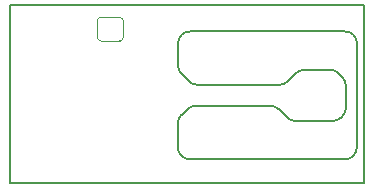
<source format=gbr>
%TF.GenerationSoftware,KiCad,Pcbnew,8.0.3+1*%
%TF.CreationDate,2024-07-23T17:29:58+00:00*%
%TF.ProjectId,TFHT02,54464854-3032-42e6-9b69-6361645f7063,rev?*%
%TF.SameCoordinates,Original*%
%TF.FileFunction,Profile,NP*%
%FSLAX46Y46*%
G04 Gerber Fmt 4.6, Leading zero omitted, Abs format (unit mm)*
G04 Created by KiCad (PCBNEW 8.0.3+1) date 2024-07-23 17:29:58*
%MOMM*%
%LPD*%
G01*
G04 APERTURE LIST*
%TA.AperFunction,Profile*%
%ADD10C,0.150000*%
%TD*%
%TA.AperFunction,Profile*%
%ADD11C,0.050000*%
%TD*%
G04 APERTURE END LIST*
D10*
X29387800Y11801600D02*
X29387800Y2981200D01*
X28147295Y8950045D02*
X27825103Y9265234D01*
X28067540Y5517732D02*
G75*
G02*
X27368077Y5232417I-699440J714668D01*
G01*
X28387800Y1981200D02*
X15222235Y1981200D01*
X28448000Y6310623D02*
G75*
G02*
X28147453Y5595964I-999900J-23D01*
G01*
X24163214Y5232400D02*
X27368077Y5232400D01*
X28387800Y12801600D02*
G75*
G02*
X29387800Y11801600I0J-1000000D01*
G01*
X29387800Y2981200D02*
G75*
G02*
X28387800Y1981200I-1000000J0D01*
G01*
X14218636Y5018051D02*
G75*
G02*
X14542653Y5756747I1000064J1749D01*
G01*
X14249400Y9913814D02*
X14249400Y11801600D01*
X15249400Y12801600D02*
X28387800Y12801600D01*
X15068753Y6239324D02*
G75*
G02*
X15744729Y6502422I676047J-737024D01*
G01*
X15744729Y6502400D02*
X22064786Y6502400D01*
X28067540Y5517732D02*
X28147463Y5595954D01*
X0Y15000000D02*
X30000000Y15000000D01*
X30000000Y0D01*
X0Y0D01*
X0Y15000000D01*
X24218107Y9257507D02*
G75*
G02*
X24925214Y9550361I707093J-707207D01*
G01*
X24163214Y5232400D02*
G75*
G02*
X23456100Y5525286I-14J1000000D01*
G01*
X27125808Y9550400D02*
X24925214Y9550400D01*
X14542293Y9206707D02*
G75*
G02*
X14249410Y9913814I707107J707093D01*
G01*
X24218107Y9257507D02*
X23533893Y8573293D01*
X14222237Y2979434D02*
X14218636Y5018051D01*
X27125808Y9550400D02*
G75*
G02*
X27825099Y9265230I-8J-1000000D01*
G01*
X14249400Y11801600D02*
G75*
G02*
X15249400Y12801600I1000000J0D01*
G01*
X15882814Y8280400D02*
G75*
G02*
X15175721Y8573307I-14J999900D01*
G01*
X23533893Y8573293D02*
G75*
G02*
X22826786Y8280439I-707093J707207D01*
G01*
X22771893Y6209507D02*
X23456107Y5525293D01*
X14542659Y5756741D02*
X15068753Y6239324D01*
X15222235Y1981200D02*
G75*
G02*
X14222202Y2979434I-35J1000000D01*
G01*
X22826786Y8280400D02*
X15882814Y8280400D01*
X15175707Y8573293D02*
X14542293Y9206707D01*
X28147295Y8950045D02*
G75*
G02*
X28448008Y8235212I-699295J-714845D01*
G01*
X22064786Y6502400D02*
G75*
G02*
X22771900Y6209514I14J-1000000D01*
G01*
X28448000Y6310623D02*
X28448000Y8235212D01*
D11*
%TO.C,D2*%
X7400000Y13700000D02*
X7400000Y12300000D01*
X7700000Y12000000D02*
X9300000Y12000000D01*
X9300000Y14000000D02*
X7700000Y14000000D01*
X9600000Y12300000D02*
X9600000Y13700000D01*
X7400000Y13700000D02*
G75*
G02*
X7700000Y14000000I300000J0D01*
G01*
X7700000Y12000000D02*
G75*
G02*
X7400000Y12300000I0J300000D01*
G01*
X9300000Y14000000D02*
G75*
G02*
X9600000Y13700000I0J-300000D01*
G01*
X9600000Y12300000D02*
G75*
G02*
X9300000Y12000000I-300000J0D01*
G01*
%TD*%
M02*

</source>
